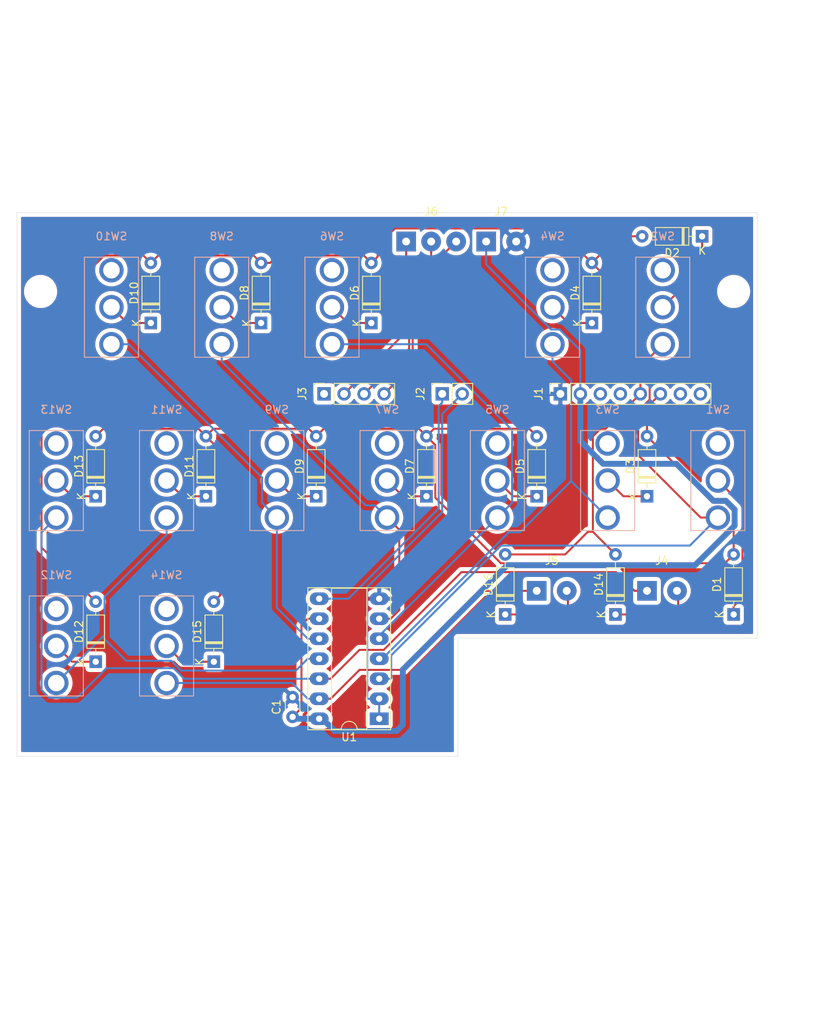
<source format=kicad_pcb>
(kicad_pcb (version 20171130) (host pcbnew 5.1.5-52549c5~84~ubuntu18.04.1)
  (layers (0 F.Cu signal) (31 B.Cu signal) (34 B.Paste user) (35 F.Paste user) (36 B.SilkS user) (37 F.SilkS user) (38 B.Mask user) (39 F.Mask user) (44 Edge.Cuts user))
  (net 0 "")
  (net 1 GND)
  (net 2 /GATE_IN_A)
  (net 3 /GATE_IN_B)
  (net 4 /GATE_IN_C)
  (net 5 /GATE_IN_D)
  (net 6 /GATE_OUT_A)
  (net 7 /GATE_OUT_B)
  (net 8 VCC)
  (net 9 /D9)
  (net 10 /D8)
  (net 11 /A4)
  (net 12 /A5)
  (net 13 /A6)
  (net 14 /A7)
  (net 15 "Net-(D1-Pad1)")
  (net 16 "Net-(D2-Pad1)")
  (net 17 "Net-(D3-Pad1)")
  (net 18 "Net-(D4-Pad1)")
  (net 19 "Net-(D5-Pad1)")
  (net 20 "Net-(D6-Pad1)")
  (net 21 "Net-(D7-Pad1)")
  (net 22 "Net-(D8-Pad1)")
  (net 23 "Net-(D9-Pad1)")
  (net 24 "Net-(D10-Pad1)")
  (net 25 "Net-(D11-Pad1)")
  (net 26 "Net-(D12-Pad1)")
  (net 27 "Net-(D13-Pad1)")
  (net 28 /SS2)
  (net 29 "Net-(D15-Pad1)")
  (net 30 /RS2)
  (net 31 /SS1)
  (net 32 /RS1)
  (net 33 "Net-(SW1-Pad1)")
  (net 34 "Net-(SW3-Pad1)")
  (net 35 "Net-(SW5-Pad1)")
  (net 36 "Net-(SW7-Pad1)")
  (net 37 "Net-(SW10-Pad1)")
  (net 38 "Net-(SW11-Pad1)")
  (module Connector_Wire:SolderWirePad_1x02_P3.81mm_Drill1mm (layer F.Cu) (at 195.58 73.66)
    (fp_text reference J7 (at 1.905 -3.81) (layer F.SilkS))
    (fp_text value Conn_01x02)
    (pad 2 thru_hole circle (at 3.81 0) (size 2.49936 2.49936) (drill 1.00076) (layers *.Cu *.Mask) (net 1 GND))
    (pad 1 thru_hole rect (at 0 0) (size 2.49936 2.49936) (drill 1.00076) (layers *.Cu *.Mask) (net 8 VCC))
  )
  (module Connector_Wire:SolderWirePad_1x03_P3.175mm_Drill1mm (layer F.Cu) (at 185.42 73.66)
    (fp_text reference J6 (at 3.175 -3.81) (layer F.SilkS))
    (fp_text value Conn_01x05)
    (pad 3 thru_hole circle (at 6.35 0) (size 2.49936 2.49936) (drill 1.00076) (layers *.Cu *.Mask) (net 11 /A4))
    (pad 2 thru_hole circle (at 3.175 0) (size 2.49936 2.49936) (drill 1.00076) (layers *.Cu *.Mask) (net 12 /A5))
    (pad 1 thru_hole rect (at 0 0) (size 2.49936 2.49936) (drill 1.00076) (layers *.Cu *.Mask) (net 13 /A6))
  )
  (module Connector_Wire:SolderWirePad_1x02_P3.81mm_Drill1mm (layer F.Cu) (at 202 118)
    (fp_text reference J5 (at 1.905 -3.81) (layer F.SilkS))
    (fp_text value Conn_01x02)
    (pad 2 thru_hole circle (at 3.81 0) (size 2.49936 2.49936) (drill 1.00076) (layers *.Cu *.Mask) (net 30 /RS2))
    (pad 1 thru_hole rect (at 0 0) (size 2.49936 2.49936) (drill 1.00076) (layers *.Cu *.Mask) (net 32 /RS1))
  )
  (module Connector_Wire:SolderWirePad_1x02_P3.81mm_Drill1mm (layer F.Cu) (at 216 118)
    (fp_text reference J4 (at 1.905 -3.81) (layer F.SilkS))
    (fp_text value Conn_01x02)
    (pad 2 thru_hole circle (at 3.81 0) (size 2.49936 2.49936) (drill 1.00076) (layers *.Cu *.Mask) (net 28 /SS2))
    (pad 1 thru_hole rect (at 0 0) (size 2.49936 2.49936) (drill 1.00076) (layers *.Cu *.Mask) (net 31 /SS1))
  )
  (module Capacitor_THT:C_Disc_D3.0mm_W1.6mm_P2.50mm (layer F.Cu) (at 171 134 90)
    (fp_text reference C1 (at 1.25 -2.05 90) (layer F.SilkS))
    (fp_text value 100nF)
    (pad 2 thru_hole circle (at 2.5 0 90) (size 1.6 1.6) (drill 0.8) (layers *.Cu *.Mask) (net 1 GND))
    (pad 1 thru_hole circle (at 0 0 90) (size 1.6 1.6) (drill 0.8) (layers *.Cu *.Mask) (net 8 VCC))
  )
  (module Diode_THT:D_DO-35_SOD27_P7.62mm_Horizontal (layer F.Cu) (at 181 84 90)
    (fp_text reference D6 (at 3.81 -2.12 90) (layer F.SilkS))
    (fp_text value 1N4148)
    (fp_text user K (at 0 -1.8 90) (layer F.SilkS))
    (pad 2 thru_hole oval (at 7.62 0 90) (size 1.6 1.6) (drill 0.8) (layers *.Cu *.Mask) (net 5 /GATE_IN_D))
    (pad 1 thru_hole rect (at 0 0 90) (size 1.6 1.6) (drill 0.8) (layers *.Cu *.Mask) (net 20 "Net-(D6-Pad1)"))
  )
  (module Diode_THT:D_DO-35_SOD27_P7.62mm_Horizontal (layer F.Cu) (at 167 84 90)
    (fp_text reference D8 (at 3.81 -2.12 90) (layer F.SilkS))
    (fp_text value 1N4148)
    (fp_text user K (at 0 -1.8 90) (layer F.SilkS))
    (pad 2 thru_hole oval (at 7.62 0 90) (size 1.6 1.6) (drill 0.8) (layers *.Cu *.Mask) (net 5 /GATE_IN_D))
    (pad 1 thru_hole rect (at 0 0 90) (size 1.6 1.6) (drill 0.8) (layers *.Cu *.Mask) (net 22 "Net-(D8-Pad1)"))
  )
  (module Diode_THT:D_DO-35_SOD27_P7.62mm_Horizontal (layer F.Cu) (at 209 84 90)
    (fp_text reference D4 (at 3.81 -2.12 90) (layer F.SilkS))
    (fp_text value 1N4148)
    (fp_text user K (at 0 -1.8 90) (layer F.SilkS))
    (pad 2 thru_hole oval (at 7.62 0 90) (size 1.6 1.6) (drill 0.8) (layers *.Cu *.Mask) (net 5 /GATE_IN_D))
    (pad 1 thru_hole rect (at 0 0 90) (size 1.6 1.6) (drill 0.8) (layers *.Cu *.Mask) (net 18 "Net-(D4-Pad1)"))
  )
  (module Diode_THT:D_DO-35_SOD27_P7.62mm_Horizontal (layer F.Cu) (at 202 106 90)
    (fp_text reference D5 (at 3.81 -2.12 90) (layer F.SilkS))
    (fp_text value 1N4148)
    (fp_text user K (at 0 -1.8 90) (layer F.SilkS))
    (pad 2 thru_hole oval (at 7.62 0 90) (size 1.6 1.6) (drill 0.8) (layers *.Cu *.Mask) (net 4 /GATE_IN_C))
    (pad 1 thru_hole rect (at 0 0 90) (size 1.6 1.6) (drill 0.8) (layers *.Cu *.Mask) (net 19 "Net-(D5-Pad1)"))
  )
  (module Diode_THT:D_DO-35_SOD27_P7.62mm_Horizontal (layer F.Cu) (at 216 106 90)
    (fp_text reference D3 (at 3.81 -2.12 90) (layer F.SilkS))
    (fp_text value 1N4148)
    (fp_text user K (at 0 -1.8 90) (layer F.SilkS))
    (pad 2 thru_hole oval (at 7.62 0 90) (size 1.6 1.6) (drill 0.8) (layers *.Cu *.Mask) (net 4 /GATE_IN_C))
    (pad 1 thru_hole rect (at 0 0 90) (size 1.6 1.6) (drill 0.8) (layers *.Cu *.Mask) (net 17 "Net-(D3-Pad1)"))
  )
  (module Diode_THT:D_DO-35_SOD27_P7.62mm_Horizontal (layer F.Cu) (at 174 106 90)
    (fp_text reference D9 (at 3.81 -2.12 90) (layer F.SilkS))
    (fp_text value 1N4148)
    (fp_text user K (at 0 -1.8 90) (layer F.SilkS))
    (pad 2 thru_hole oval (at 7.62 0 90) (size 1.6 1.6) (drill 0.8) (layers *.Cu *.Mask) (net 4 /GATE_IN_C))
    (pad 1 thru_hole rect (at 0 0 90) (size 1.6 1.6) (drill 0.8) (layers *.Cu *.Mask) (net 23 "Net-(D9-Pad1)"))
  )
  (module Diode_THT:D_DO-35_SOD27_P7.62mm_Horizontal (layer F.Cu) (at 153 84 90)
    (fp_text reference D10 (at 3.81 -2.12 90) (layer F.SilkS))
    (fp_text value 1N4148)
    (fp_text user K (at 0 -1.8 90) (layer F.SilkS))
    (pad 2 thru_hole oval (at 7.62 0 90) (size 1.6 1.6) (drill 0.8) (layers *.Cu *.Mask) (net 5 /GATE_IN_D))
    (pad 1 thru_hole rect (at 0 0 90) (size 1.6 1.6) (drill 0.8) (layers *.Cu *.Mask) (net 24 "Net-(D10-Pad1)"))
  )
  (module Diode_THT:D_DO-35_SOD27_P7.62mm_Horizontal (layer F.Cu) (at 160 106 90)
    (fp_text reference D11 (at 3.81 -2.12 90) (layer F.SilkS))
    (fp_text value 1N4148)
    (fp_text user K (at 0 -1.8 90) (layer F.SilkS))
    (pad 2 thru_hole oval (at 7.62 0 90) (size 1.6 1.6) (drill 0.8) (layers *.Cu *.Mask) (net 4 /GATE_IN_C))
    (pad 1 thru_hole rect (at 0 0 90) (size 1.6 1.6) (drill 0.8) (layers *.Cu *.Mask) (net 25 "Net-(D11-Pad1)"))
  )
  (module Diode_THT:D_DO-35_SOD27_P7.62mm_Horizontal (layer F.Cu) (at 146 127 90)
    (fp_text reference D12 (at 3.81 -2.12 90) (layer F.SilkS))
    (fp_text value 1N4148)
    (fp_text user K (at 0 -1.8 90) (layer F.SilkS))
    (pad 2 thru_hole oval (at 7.62 0 90) (size 1.6 1.6) (drill 0.8) (layers *.Cu *.Mask) (net 5 /GATE_IN_D))
    (pad 1 thru_hole rect (at 0 0 90) (size 1.6 1.6) (drill 0.8) (layers *.Cu *.Mask) (net 26 "Net-(D12-Pad1)"))
  )
  (module Diode_THT:D_DO-35_SOD27_P7.62mm_Horizontal (layer F.Cu) (at 146 106 90)
    (fp_text reference D13 (at 3.81 -2.12 90) (layer F.SilkS))
    (fp_text value 1N4148)
    (fp_text user K (at 0 -1.8 90) (layer F.SilkS))
    (pad 2 thru_hole oval (at 7.62 0 90) (size 1.6 1.6) (drill 0.8) (layers *.Cu *.Mask) (net 4 /GATE_IN_C))
    (pad 1 thru_hole rect (at 0 0 90) (size 1.6 1.6) (drill 0.8) (layers *.Cu *.Mask) (net 27 "Net-(D13-Pad1)"))
  )
  (module Diode_THT:D_DO-35_SOD27_P7.62mm_Horizontal (layer F.Cu) (at 212 121 90)
    (fp_text reference D14 (at 3.81 -2.12 90) (layer F.SilkS))
    (fp_text value 1N4148)
    (fp_text user K (at 0 -1.8 90) (layer F.SilkS))
    (pad 2 thru_hole oval (at 7.62 0 90) (size 1.6 1.6) (drill 0.8) (layers *.Cu *.Mask) (net 5 /GATE_IN_D))
    (pad 1 thru_hole rect (at 0 0 90) (size 1.6 1.6) (drill 0.8) (layers *.Cu *.Mask) (net 28 /SS2))
  )
  (module Diode_THT:D_DO-35_SOD27_P7.62mm_Horizontal (layer F.Cu) (at 161 127 90)
    (fp_text reference D15 (at 3.81 -2.12 90) (layer F.SilkS))
    (fp_text value 1N4148)
    (fp_text user K (at 0 -1.8 90) (layer F.SilkS))
    (pad 2 thru_hole oval (at 7.62 0 90) (size 1.6 1.6) (drill 0.8) (layers *.Cu *.Mask) (net 4 /GATE_IN_C))
    (pad 1 thru_hole rect (at 0 0 90) (size 1.6 1.6) (drill 0.8) (layers *.Cu *.Mask) (net 29 "Net-(D15-Pad1)"))
  )
  (module Diode_THT:D_DO-35_SOD27_P7.62mm_Horizontal (layer F.Cu) (at 198 121 90)
    (fp_text reference D16 (at 3.81 -2.12 90) (layer F.SilkS))
    (fp_text value 1N4148)
    (fp_text user K (at 0 -1.8 90) (layer F.SilkS))
    (pad 2 thru_hole oval (at 7.62 0 90) (size 1.6 1.6) (drill 0.8) (layers *.Cu *.Mask) (net 5 /GATE_IN_D))
    (pad 1 thru_hole rect (at 0 0 90) (size 1.6 1.6) (drill 0.8) (layers *.Cu *.Mask) (net 30 /RS2))
  )
  (module Package_DIP:DIP-14_W7.62mm_Socket_LongPads (layer F.Cu) (at 182 134.24 180)
    (fp_text reference U1 (at 3.81 -2.33) (layer F.SilkS))
    (fp_text value 74HC164)
    (pad 14 thru_hole oval (at 7.62 0 180) (size 2.4 1.6) (drill 0.8) (layers *.Cu *.Mask) (net 8 VCC))
    (pad 7 thru_hole oval (at 0 15.24 180) (size 2.4 1.6) (drill 0.8) (layers *.Cu *.Mask) (net 1 GND))
    (pad 13 thru_hole oval (at 7.62 2.54 180) (size 2.4 1.6) (drill 0.8) (layers *.Cu *.Mask) (net 32 /RS1))
    (pad 6 thru_hole oval (at 0 12.7 180) (size 2.4 1.6) (drill 0.8) (layers *.Cu *.Mask) (net 36 "Net-(SW7-Pad1)"))
    (pad 12 thru_hole oval (at 7.62 5.08 180) (size 2.4 1.6) (drill 0.8) (layers *.Cu *.Mask) (net 31 /SS1))
    (pad 5 thru_hole oval (at 0 10.16 180) (size 2.4 1.6) (drill 0.8) (layers *.Cu *.Mask) (net 35 "Net-(SW5-Pad1)"))
    (pad 11 thru_hole oval (at 7.62 7.62 180) (size 2.4 1.6) (drill 0.8) (layers *.Cu *.Mask) (net 38 "Net-(SW11-Pad1)"))
    (pad 4 thru_hole oval (at 0 7.62 180) (size 2.4 1.6) (drill 0.8) (layers *.Cu *.Mask) (net 34 "Net-(SW3-Pad1)"))
    (pad 10 thru_hole oval (at 7.62 10.16 180) (size 2.4 1.6) (drill 0.8) (layers *.Cu *.Mask) (net 37 "Net-(SW10-Pad1)"))
    (pad 3 thru_hole oval (at 0 5.08 180) (size 2.4 1.6) (drill 0.8) (layers *.Cu *.Mask) (net 33 "Net-(SW1-Pad1)"))
    (pad 9 thru_hole oval (at 7.62 12.7 180) (size 2.4 1.6) (drill 0.8) (layers *.Cu *.Mask) (net 8 VCC))
    (pad 2 thru_hole oval (at 0 2.54 180) (size 2.4 1.6) (drill 0.8) (layers *.Cu *.Mask) (net 9 /D9))
    (pad 8 thru_hole oval (at 7.62 15.24 180) (size 2.4 1.6) (drill 0.8) (layers *.Cu *.Mask) (net 10 /D8))
    (pad 1 thru_hole rect (at 0 0 180) (size 2.4 1.6) (drill 0.8) (layers *.Cu *.Mask) (net 9 /D9))
  )
  (module Arpeggiator_Daughterboard:SPDT-toggle-switch-1M-series (layer B.Cu) (at 141 125 180)
    (fp_text reference SW12 (at 0 9) (layer B.SilkS) (effects (justify mirror)))
    (fp_text value SW_SPST)
    (pad 2 thru_hole circle (at 0 0 180) (size 3.1 3.1) (drill 2.1) (layers *.Cu *.Mask) (net 26 "Net-(D12-Pad1)"))
    (pad 3 thru_hole circle (at 0 4.7 180) (size 3.1 3.1) (drill 2.1) (layers *.Cu *.Mask))
    (pad 1 thru_hole circle (at 0 -4.7 180) (size 3.1 3.1) (drill 2.1) (layers *.Cu *.Mask) (net 38 "Net-(SW11-Pad1)"))
  )
  (module Arpeggiator_Daughterboard:SPDT-toggle-switch-1M-series (layer B.Cu) (at 141 104 180)
    (fp_text reference SW13 (at 0 9) (layer B.SilkS) (effects (justify mirror)))
    (fp_text value SW_SPST)
    (pad 2 thru_hole circle (at 0 0 180) (size 3.1 3.1) (drill 2.1) (layers *.Cu *.Mask) (net 27 "Net-(D13-Pad1)"))
    (pad 3 thru_hole circle (at 0 4.7 180) (size 3.1 3.1) (drill 2.1) (layers *.Cu *.Mask))
    (pad 1 thru_hole circle (at 0 -4.7 180) (size 3.1 3.1) (drill 2.1) (layers *.Cu *.Mask) (net 31 /SS1))
  )
  (module Arpeggiator_Daughterboard:SPDT-toggle-switch-1M-series (layer B.Cu) (at 155 125 180)
    (fp_text reference SW14 (at 0 9) (layer B.SilkS) (effects (justify mirror)))
    (fp_text value SW_SPST)
    (pad 2 thru_hole circle (at 0 0 180) (size 3.1 3.1) (drill 2.1) (layers *.Cu *.Mask) (net 29 "Net-(D15-Pad1)"))
    (pad 3 thru_hole circle (at 0 4.7 180) (size 3.1 3.1) (drill 2.1) (layers *.Cu *.Mask))
    (pad 1 thru_hole circle (at 0 -4.7 180) (size 3.1 3.1) (drill 2.1) (layers *.Cu *.Mask) (net 32 /RS1))
  )
  (module Arpeggiator_Daughterboard:SPDT-toggle-switch-1M-series (layer B.Cu) (at 225 104 180)
    (fp_text reference SW1 (at 0 9) (layer B.SilkS) (effects (justify mirror)))
    (fp_text value SW_SPST)
    (pad 2 thru_hole circle (at 0 0 180) (size 3.1 3.1) (drill 2.1) (layers *.Cu *.Mask) (net 15 "Net-(D1-Pad1)"))
    (pad 3 thru_hole circle (at 0 4.7 180) (size 3.1 3.1) (drill 2.1) (layers *.Cu *.Mask))
    (pad 1 thru_hole circle (at 0 -4.7 180) (size 3.1 3.1) (drill 2.1) (layers *.Cu *.Mask) (net 33 "Net-(SW1-Pad1)"))
  )
  (module Arpeggiator_Daughterboard:SPDT-toggle-switch-1M-series (layer B.Cu) (at 218 82 180)
    (fp_text reference SW2 (at 0 9) (layer B.SilkS) (effects (justify mirror)))
    (fp_text value SW_SPST)
    (pad 2 thru_hole circle (at 0 0 180) (size 3.1 3.1) (drill 2.1) (layers *.Cu *.Mask) (net 16 "Net-(D2-Pad1)"))
    (pad 3 thru_hole circle (at 0 4.7 180) (size 3.1 3.1) (drill 2.1) (layers *.Cu *.Mask))
    (pad 1 thru_hole circle (at 0 -4.7 180) (size 3.1 3.1) (drill 2.1) (layers *.Cu *.Mask) (net 33 "Net-(SW1-Pad1)"))
  )
  (module Arpeggiator_Daughterboard:SPDT-toggle-switch-1M-series (layer B.Cu) (at 211 104 180)
    (fp_text reference SW3 (at 0 9) (layer B.SilkS) (effects (justify mirror)))
    (fp_text value SW_SPST)
    (pad 2 thru_hole circle (at 0 0 180) (size 3.1 3.1) (drill 2.1) (layers *.Cu *.Mask) (net 17 "Net-(D3-Pad1)"))
    (pad 3 thru_hole circle (at 0 4.7 180) (size 3.1 3.1) (drill 2.1) (layers *.Cu *.Mask))
    (pad 1 thru_hole circle (at 0 -4.7 180) (size 3.1 3.1) (drill 2.1) (layers *.Cu *.Mask) (net 34 "Net-(SW3-Pad1)"))
  )
  (module Arpeggiator_Daughterboard:SPDT-toggle-switch-1M-series (layer B.Cu) (at 204 82 180)
    (fp_text reference SW4 (at 0 9) (layer B.SilkS) (effects (justify mirror)))
    (fp_text value SW_SPST)
    (pad 2 thru_hole circle (at 0 0 180) (size 3.1 3.1) (drill 2.1) (layers *.Cu *.Mask) (net 18 "Net-(D4-Pad1)"))
    (pad 3 thru_hole circle (at 0 4.7 180) (size 3.1 3.1) (drill 2.1) (layers *.Cu *.Mask))
    (pad 1 thru_hole circle (at 0 -4.7 180) (size 3.1 3.1) (drill 2.1) (layers *.Cu *.Mask) (net 34 "Net-(SW3-Pad1)"))
  )
  (module Arpeggiator_Daughterboard:SPDT-toggle-switch-1M-series (layer B.Cu) (at 197 104 180)
    (fp_text reference SW5 (at 0 9) (layer B.SilkS) (effects (justify mirror)))
    (fp_text value SW_SPST)
    (pad 2 thru_hole circle (at 0 0 180) (size 3.1 3.1) (drill 2.1) (layers *.Cu *.Mask) (net 19 "Net-(D5-Pad1)"))
    (pad 3 thru_hole circle (at 0 4.7 180) (size 3.1 3.1) (drill 2.1) (layers *.Cu *.Mask))
    (pad 1 thru_hole circle (at 0 -4.7 180) (size 3.1 3.1) (drill 2.1) (layers *.Cu *.Mask) (net 35 "Net-(SW5-Pad1)"))
  )
  (module Arpeggiator_Daughterboard:SPDT-toggle-switch-1M-series (layer B.Cu) (at 176 82 180)
    (fp_text reference SW6 (at 0 9) (layer B.SilkS) (effects (justify mirror)))
    (fp_text value SW_SPST)
    (pad 2 thru_hole circle (at 0 0 180) (size 3.1 3.1) (drill 2.1) (layers *.Cu *.Mask) (net 20 "Net-(D6-Pad1)"))
    (pad 3 thru_hole circle (at 0 4.7 180) (size 3.1 3.1) (drill 2.1) (layers *.Cu *.Mask))
    (pad 1 thru_hole circle (at 0 -4.7 180) (size 3.1 3.1) (drill 2.1) (layers *.Cu *.Mask) (net 35 "Net-(SW5-Pad1)"))
  )
  (module Arpeggiator_Daughterboard:SPDT-toggle-switch-1M-series (layer B.Cu) (at 183 104 180)
    (fp_text reference SW7 (at 0 9) (layer B.SilkS) (effects (justify mirror)))
    (fp_text value SW_SPST)
    (pad 2 thru_hole circle (at 0 0 180) (size 3.1 3.1) (drill 2.1) (layers *.Cu *.Mask) (net 21 "Net-(D7-Pad1)"))
    (pad 3 thru_hole circle (at 0 4.7 180) (size 3.1 3.1) (drill 2.1) (layers *.Cu *.Mask))
    (pad 1 thru_hole circle (at 0 -4.7 180) (size 3.1 3.1) (drill 2.1) (layers *.Cu *.Mask) (net 36 "Net-(SW7-Pad1)"))
  )
  (module Arpeggiator_Daughterboard:SPDT-toggle-switch-1M-series (layer B.Cu) (at 162 82 180)
    (fp_text reference SW8 (at 0 9) (layer B.SilkS) (effects (justify mirror)))
    (fp_text value SW_SPST)
    (pad 2 thru_hole circle (at 0 0 180) (size 3.1 3.1) (drill 2.1) (layers *.Cu *.Mask) (net 22 "Net-(D8-Pad1)"))
    (pad 3 thru_hole circle (at 0 4.7 180) (size 3.1 3.1) (drill 2.1) (layers *.Cu *.Mask))
    (pad 1 thru_hole circle (at 0 -4.7 180) (size 3.1 3.1) (drill 2.1) (layers *.Cu *.Mask) (net 36 "Net-(SW7-Pad1)"))
  )
  (module Arpeggiator_Daughterboard:SPDT-toggle-switch-1M-series (layer B.Cu) (at 169 104 180)
    (fp_text reference SW9 (at 0 9) (layer B.SilkS) (effects (justify mirror)))
    (fp_text value SW_SPST)
    (pad 2 thru_hole circle (at 0 0 180) (size 3.1 3.1) (drill 2.1) (layers *.Cu *.Mask) (net 23 "Net-(D9-Pad1)"))
    (pad 3 thru_hole circle (at 0 4.7 180) (size 3.1 3.1) (drill 2.1) (layers *.Cu *.Mask))
    (pad 1 thru_hole circle (at 0 -4.7 180) (size 3.1 3.1) (drill 2.1) (layers *.Cu *.Mask) (net 37 "Net-(SW10-Pad1)"))
  )
  (module Arpeggiator_Daughterboard:SPDT-toggle-switch-1M-series (layer B.Cu) (at 148 82 180)
    (fp_text reference SW10 (at 0 9) (layer B.SilkS) (effects (justify mirror)))
    (fp_text value SW_SPST)
    (pad 2 thru_hole circle (at 0 0 180) (size 3.1 3.1) (drill 2.1) (layers *.Cu *.Mask) (net 24 "Net-(D10-Pad1)"))
    (pad 3 thru_hole circle (at 0 4.7 180) (size 3.1 3.1) (drill 2.1) (layers *.Cu *.Mask))
    (pad 1 thru_hole circle (at 0 -4.7 180) (size 3.1 3.1) (drill 2.1) (layers *.Cu *.Mask) (net 37 "Net-(SW10-Pad1)"))
  )
  (module Arpeggiator_Daughterboard:SPDT-toggle-switch-1M-series (layer B.Cu) (at 155 104 180)
    (fp_text reference SW11 (at 0 9) (layer B.SilkS) (effects (justify mirror)))
    (fp_text value SW_SPST)
    (pad 2 thru_hole circle (at 0 0 180) (size 3.1 3.1) (drill 2.1) (layers *.Cu *.Mask) (net 25 "Net-(D11-Pad1)"))
    (pad 3 thru_hole circle (at 0 4.7 180) (size 3.1 3.1) (drill 2.1) (layers *.Cu *.Mask))
    (pad 1 thru_hole circle (at 0 -4.7 180) (size 3.1 3.1) (drill 2.1) (layers *.Cu *.Mask) (net 38 "Net-(SW11-Pad1)"))
  )
  (module Diode_THT:D_DO-35_SOD27_P7.62mm_Horizontal (layer F.Cu) (at 188 106 90)
    (fp_text reference D7 (at 3.81 -2.12 90) (layer F.SilkS))
    (fp_text value 1N4148)
    (fp_text user K (at 0 -1.8 90) (layer F.SilkS))
    (pad 2 thru_hole oval (at 7.62 0 90) (size 1.6 1.6) (drill 0.8) (layers *.Cu *.Mask) (net 4 /GATE_IN_C))
    (pad 1 thru_hole rect (at 0 0 90) (size 1.6 1.6) (drill 0.8) (layers *.Cu *.Mask) (net 21 "Net-(D7-Pad1)"))
  )
  (module Diode_THT:D_DO-35_SOD27_P7.62mm_Horizontal (layer F.Cu) (at 223 73 180)
    (fp_text reference D2 (at 3.81 -2.12) (layer F.SilkS))
    (fp_text value 1N4148)
    (fp_text user K (at 0 -1.8) (layer F.SilkS))
    (pad 2 thru_hole oval (at 7.62 0 180) (size 1.6 1.6) (drill 0.8) (layers *.Cu *.Mask) (net 5 /GATE_IN_D))
    (pad 1 thru_hole rect (at 0 0 180) (size 1.6 1.6) (drill 0.8) (layers *.Cu *.Mask) (net 16 "Net-(D2-Pad1)"))
  )
  (module Diode_THT:D_DO-35_SOD27_P7.62mm_Horizontal (layer F.Cu) (at 227 121 90)
    (fp_text reference D1 (at 3.81 -2.12 90) (layer F.SilkS))
    (fp_text value 1N4148)
    (fp_text user K (at 0 -1.8 90) (layer F.SilkS))
    (pad 2 thru_hole oval (at 7.62 0 90) (size 1.6 1.6) (drill 0.8) (layers *.Cu *.Mask) (net 4 /GATE_IN_C))
    (pad 1 thru_hole rect (at 0 0 90) (size 1.6 1.6) (drill 0.8) (layers *.Cu *.Mask) (net 15 "Net-(D1-Pad1)"))
  )
  (module Connector_PinSocket_2.54mm:PinSocket_1x04_P2.54mm_Vertical (layer F.Cu) (at 175 93 90)
    (fp_text reference J3 (at 0 -2.77 90) (layer F.SilkS))
    (fp_text value Conn_01x04)
    (pad 4 thru_hole oval (at 0 7.62 90) (size 1.7 1.7) (drill 1) (layers *.Cu *.Mask) (net 11 /A4))
    (pad 3 thru_hole oval (at 0 5.08 90) (size 1.7 1.7) (drill 1) (layers *.Cu *.Mask) (net 12 /A5))
    (pad 2 thru_hole oval (at 0 2.54 90) (size 1.7 1.7) (drill 1) (layers *.Cu *.Mask) (net 13 /A6))
    (pad 1 thru_hole rect (at 0 0 90) (size 1.7 1.7) (drill 1) (layers *.Cu *.Mask) (net 14 /A7))
  )
  (module Connector_PinSocket_2.54mm:PinSocket_1x02_P2.54mm_Vertical (layer F.Cu) (at 190 93 90)
    (fp_text reference J2 (at 0 -2.77 90) (layer F.SilkS))
    (fp_text value Conn_01x02)
    (pad 2 thru_hole oval (at 0 2.54 90) (size 1.7 1.7) (drill 1) (layers *.Cu *.Mask) (net 9 /D9))
    (pad 1 thru_hole rect (at 0 0 90) (size 1.7 1.7) (drill 1) (layers *.Cu *.Mask) (net 10 /D8))
  )
  (module Connector_PinSocket_2.54mm:PinSocket_1x08_P2.54mm_Vertical (layer F.Cu) (at 205 93 90)
    (fp_text reference J1 (at 0 -2.77 90) (layer F.SilkS))
    (fp_text value Conn_01x08)
    (pad 8 thru_hole oval (at 0 17.78 90) (size 1.7 1.7) (drill 1) (layers *.Cu *.Mask) (net 2 /GATE_IN_A))
    (pad 7 thru_hole oval (at 0 15.24 90) (size 1.7 1.7) (drill 1) (layers *.Cu *.Mask) (net 3 /GATE_IN_B))
    (pad 6 thru_hole oval (at 0 12.7 90) (size 1.7 1.7) (drill 1) (layers *.Cu *.Mask) (net 4 /GATE_IN_C))
    (pad 5 thru_hole oval (at 0 10.16 90) (size 1.7 1.7) (drill 1) (layers *.Cu *.Mask) (net 5 /GATE_IN_D))
    (pad 4 thru_hole oval (at 0 7.62 90) (size 1.7 1.7) (drill 1) (layers *.Cu *.Mask) (net 6 /GATE_OUT_A))
    (pad 3 thru_hole oval (at 0 5.08 90) (size 1.7 1.7) (drill 1) (layers *.Cu *.Mask) (net 7 /GATE_OUT_B))
    (pad 2 thru_hole oval (at 0 2.54 90) (size 1.7 1.7) (drill 1) (layers *.Cu *.Mask) (net 8 VCC))
    (pad 1 thru_hole rect (at 0 0 90) (size 1.7 1.7) (drill 1) (layers *.Cu *.Mask) (net 1 GND))
  )
  (module MountingHole:MountingHole_3.2mm_M3 (layer F.Cu) (at 139 80 180)
    (fp_text reference H2 hide)
    (fp_text value MountingHole)
    (pad 1 np_thru_hole circle (at 0 0 180) (size 3.2 3.2) (drill 3.2) (layers *.Cu *.Mask))
  )
  (module MountingHole:MountingHole_3.2mm_M3 (layer F.Cu) (at 227 80 180)
    (fp_text reference H1 hide)
    (fp_text value MountingHole)
    (pad 1 np_thru_hole circle (at 0 0 180) (size 3.2 3.2) (drill 3.2) (layers *.Cu *.Mask))
  )
  (gr_line (start 230 124) (end 230 70) (layer Edge.Cuts) (width 0.05))
  (gr_line (start 192 124) (end 230 124) (layer Edge.Cuts) (width 0.05))
  (gr_line (start 192 139) (end 192 124) (layer Edge.Cuts) (width 0.05))
  (gr_line (start 136 139) (end 192 139) (layer Edge.Cuts) (width 0.05))
  (gr_line (start 136 70) (end 136 139) (layer Edge.Cuts) (width 0.05))
  (gr_line (start 230 70) (end 136 70) (layer Edge.Cuts) (width 0.05))
  (segment (start 216.799999 99.179999) (end 216 98.38) (width 0.25) (layer F.Cu) (net 4))
  (segment (start 224.444999 106.824999) (end 216.799999 99.179999) (width 0.25) (layer F.Cu) (net 4))
  (segment (start 225.900001 106.824999) (end 224.444999 106.824999) (width 0.25) (layer F.Cu) (net 4))
  (segment (start 227 107.924998) (end 225.900001 106.824999) (width 0.25) (layer F.Cu) (net 4))
  (segment (start 227 113.38) (end 227 107.924998) (width 0.25) (layer F.Cu) (net 4))
  (segment (start 216 94.7) (end 217.7 93) (width 0.25) (layer F.Cu) (net 4))
  (segment (start 216 98.38) (end 216 94.7) (width 0.25) (layer F.Cu) (net 4))
  (segment (start 188.799999 99.179999) (end 188 98.38) (width 0.25) (layer F.Cu) (net 4))
  (segment (start 189.125001 99.505001) (end 188.799999 99.179999) (width 0.25) (layer F.Cu) (net 4))
  (segment (start 225.874999 114.505001) (end 197.459999 114.505001) (width 0.25) (layer F.Cu) (net 4))
  (segment (start 189.125001 106.170003) (end 189.125001 99.505001) (width 0.25) (layer F.Cu) (net 4))
  (segment (start 197.459999 114.505001) (end 189.125001 106.170003) (width 0.25) (layer F.Cu) (net 4))
  (segment (start 227 113.38) (end 225.874999 114.505001) (width 0.25) (layer F.Cu) (net 4))
  (segment (start 201.200001 97.580001) (end 202 98.38) (width 0.25) (layer F.Cu) (net 4))
  (segment (start 188.955001 97.424999) (end 201.044999 97.424999) (width 0.25) (layer F.Cu) (net 4))
  (segment (start 201.044999 97.424999) (end 201.200001 97.580001) (width 0.25) (layer F.Cu) (net 4))
  (segment (start 188 98.38) (end 188.955001 97.424999) (width 0.25) (layer F.Cu) (net 4))
  (segment (start 174.955001 97.424999) (end 174.799999 97.580001) (width 0.25) (layer F.Cu) (net 4))
  (segment (start 174.799999 97.580001) (end 174 98.38) (width 0.25) (layer F.Cu) (net 4))
  (segment (start 187.044999 97.424999) (end 174.955001 97.424999) (width 0.25) (layer F.Cu) (net 4))
  (segment (start 188 98.38) (end 187.044999 97.424999) (width 0.25) (layer F.Cu) (net 4))
  (segment (start 160.799999 97.580001) (end 160 98.38) (width 0.25) (layer F.Cu) (net 4))
  (segment (start 160.955001 97.424999) (end 160.799999 97.580001) (width 0.25) (layer F.Cu) (net 4))
  (segment (start 173.044999 97.424999) (end 160.955001 97.424999) (width 0.25) (layer F.Cu) (net 4))
  (segment (start 174 98.38) (end 173.044999 97.424999) (width 0.25) (layer F.Cu) (net 4))
  (segment (start 161.799999 118.580001) (end 161 119.38) (width 0.25) (layer F.Cu) (net 4))
  (segment (start 161.799999 100.179999) (end 161.799999 118.580001) (width 0.25) (layer F.Cu) (net 4))
  (segment (start 160 98.38) (end 161.799999 100.179999) (width 0.25) (layer F.Cu) (net 4))
  (segment (start 146.799999 97.580001) (end 146 98.38) (width 0.25) (layer F.Cu) (net 4))
  (segment (start 159.044999 97.424999) (end 146.955001 97.424999) (width 0.25) (layer F.Cu) (net 4))
  (segment (start 146.955001 97.424999) (end 146.799999 97.580001) (width 0.25) (layer F.Cu) (net 4))
  (segment (start 160 98.38) (end 159.044999 97.424999) (width 0.25) (layer F.Cu) (net 4))
  (segment (start 212.38 73) (end 209 76.38) (width 0.25) (layer F.Cu) (net 5))
  (segment (start 215.38 73) (end 212.38 73) (width 0.25) (layer F.Cu) (net 5))
  (segment (start 153.955001 75.424999) (end 153.799999 75.580001) (width 0.25) (layer F.Cu) (net 5))
  (segment (start 166.044999 75.424999) (end 153.955001 75.424999) (width 0.25) (layer F.Cu) (net 5))
  (segment (start 153.799999 75.580001) (end 153 76.38) (width 0.25) (layer F.Cu) (net 5))
  (segment (start 167 76.38) (end 166.044999 75.424999) (width 0.25) (layer F.Cu) (net 5))
  (segment (start 145.200001 118.580001) (end 146 119.38) (width 0.25) (layer F.Cu) (net 5))
  (segment (start 139.124999 112.504999) (end 145.200001 118.580001) (width 0.25) (layer F.Cu) (net 5))
  (segment (start 139.124999 83.399999) (end 139.124999 112.504999) (width 0.25) (layer F.Cu) (net 5))
  (segment (start 147.099999 75.424999) (end 139.124999 83.399999) (width 0.25) (layer F.Cu) (net 5))
  (segment (start 152.044999 75.424999) (end 147.099999 75.424999) (width 0.25) (layer F.Cu) (net 5))
  (segment (start 153 76.38) (end 152.044999 75.424999) (width 0.25) (layer F.Cu) (net 5))
  (segment (start 215.16 82.54) (end 215.16 93) (width 0.25) (layer F.Cu) (net 5))
  (segment (start 209 76.38) (end 215.16 82.54) (width 0.25) (layer F.Cu) (net 5))
  (segment (start 209.124999 110.504999) (end 211.200001 112.580001) (width 0.25) (layer F.Cu) (net 5))
  (segment (start 211.200001 112.580001) (end 212 113.38) (width 0.25) (layer F.Cu) (net 5))
  (segment (start 210.099999 97.424999) (end 209.124999 98.399999) (width 0.25) (layer F.Cu) (net 5))
  (segment (start 210.735001 97.424999) (end 210.099999 97.424999) (width 0.25) (layer F.Cu) (net 5))
  (segment (start 215.16 93) (end 210.735001 97.424999) (width 0.25) (layer F.Cu) (net 5))
  (segment (start 209.124999 98.399999) (end 209.124999 110.504999) (width 0.25) (layer F.Cu) (net 5))
  (segment (start 205.62 113.38) (end 198 113.38) (width 0.25) (layer F.Cu) (net 5))
  (segment (start 209.124999 110.504999) (end 208.495001 110.504999) (width 0.25) (layer F.Cu) (net 5))
  (segment (start 208.495001 110.504999) (end 205.62 113.38) (width 0.25) (layer F.Cu) (net 5))
  (segment (start 180.200001 75.580001) (end 181 76.38) (width 0.25) (layer F.Cu) (net 5))
  (segment (start 180.044999 75.424999) (end 180.200001 75.580001) (width 0.25) (layer F.Cu) (net 5))
  (segment (start 169.086371 75.424999) (end 180.044999 75.424999) (width 0.25) (layer F.Cu) (net 5))
  (segment (start 168.13137 76.38) (end 169.086371 75.424999) (width 0.25) (layer F.Cu) (net 5))
  (segment (start 167 76.38) (end 168.13137 76.38) (width 0.25) (layer F.Cu) (net 5))
  (segment (start 181.799999 74.195639) (end 183.995638 72) (width 0.25) (layer F.Cu) (net 5))
  (segment (start 181 76.38) (end 181.799999 75.580001) (width 0.25) (layer F.Cu) (net 5))
  (segment (start 181.799999 75.580001) (end 181.799999 74.195639) (width 0.25) (layer F.Cu) (net 5))
  (segment (start 204.62 72) (end 209 76.38) (width 0.25) (layer F.Cu) (net 5))
  (segment (start 183.995638 72) (end 204.62 72) (width 0.25) (layer F.Cu) (net 5))
  (segment (start 171.24 134.24) (end 171 134) (width 0.75) (layer B.Cu) (net 8))
  (segment (start 174.38 134.24) (end 171.24 134.24) (width 0.75) (layer B.Cu) (net 8))
  (segment (start 207.54 91.797919) (end 207.54 93) (width 0.25) (layer B.Cu) (net 8))
  (segment (start 203.824999 84.824999) (end 204.900001 84.824999) (width 0.25) (layer B.Cu) (net 8))
  (segment (start 207.54 87.464998) (end 207.54 91.797919) (width 0.25) (layer B.Cu) (net 8))
  (segment (start 204.900001 84.824999) (end 207.54 87.464998) (width 0.25) (layer B.Cu) (net 8))
  (segment (start 172.125001 122.344999) (end 172.93 121.54) (width 0.25) (layer F.Cu) (net 8))
  (segment (start 172.93 121.54) (end 174.38 121.54) (width 0.25) (layer F.Cu) (net 8))
  (segment (start 172.125001 132.874999) (end 172.125001 122.344999) (width 0.25) (layer F.Cu) (net 8))
  (segment (start 171 134) (end 172.125001 132.874999) (width 0.25) (layer F.Cu) (net 8))
  (segment (start 198.244999 114.755001) (end 222.090001 114.755001) (width 0.75) (layer B.Cu) (net 8))
  (segment (start 174.78 134.24) (end 176.33 135.79) (width 0.75) (layer B.Cu) (net 8))
  (segment (start 174.38 134.24) (end 174.78 134.24) (width 0.75) (layer B.Cu) (net 8))
  (segment (start 222.090001 114.755001) (end 227.125001 109.720001) (width 0.75) (layer B.Cu) (net 8))
  (segment (start 176.33 135.79) (end 184.21 135.79) (width 0.75) (layer B.Cu) (net 8))
  (segment (start 185 135) (end 185 128) (width 0.75) (layer B.Cu) (net 8))
  (segment (start 185 128) (end 198.244999 114.755001) (width 0.75) (layer B.Cu) (net 8))
  (segment (start 184.21 135.79) (end 185 135) (width 0.75) (layer B.Cu) (net 8))
  (segment (start 227.125001 107.679999) (end 227.125001 109.720001) (width 0.75) (layer B.Cu) (net 8))
  (segment (start 224.429997 106.574999) (end 226.020001 106.574999) (width 0.75) (layer B.Cu) (net 8))
  (segment (start 226.020001 106.574999) (end 227.125001 107.679999) (width 0.75) (layer B.Cu) (net 8))
  (segment (start 210.429997 101.874999) (end 219.729997 101.874999) (width 0.75) (layer B.Cu) (net 8))
  (segment (start 219.729997 101.874999) (end 224.429997 106.574999) (width 0.75) (layer B.Cu) (net 8))
  (segment (start 207.54 98.985002) (end 210.429997 101.874999) (width 0.75) (layer B.Cu) (net 8))
  (segment (start 207.54 93) (end 207.54 98.985002) (width 0.75) (layer B.Cu) (net 8))
  (segment (start 195.58 76.58) (end 203.75 84.75) (width 0.25) (layer B.Cu) (net 8))
  (segment (start 195.58 73.66) (end 195.58 76.58) (width 0.25) (layer B.Cu) (net 8))
  (segment (start 202.57499 83.57499) (end 203.75 84.75) (width 0.25) (layer B.Cu) (net 8))
  (segment (start 203.75 84.75) (end 203.824999 84.824999) (width 0.25) (layer B.Cu) (net 8))
  (segment (start 182 131.7) (end 182 134.24) (width 0.25) (layer B.Cu) (net 9))
  (segment (start 180.47499 131.62499) (end 180.55 131.7) (width 0.25) (layer B.Cu) (net 9))
  (segment (start 180.55 131.7) (end 182 131.7) (width 0.25) (layer B.Cu) (net 9))
  (segment (start 180.47499 117.52501) (end 180.47499 131.62499) (width 0.25) (layer B.Cu) (net 9))
  (segment (start 190 95.54) (end 190 108) (width 0.25) (layer B.Cu) (net 9))
  (segment (start 192.54 93) (end 190 95.54) (width 0.25) (layer B.Cu) (net 9))
  (segment (start 190 108) (end 180.47499 117.52501) (width 0.25) (layer B.Cu) (net 9))
  (segment (start 189.549989 107.542512) (end 178.092501 119) (width 0.25) (layer B.Cu) (net 10))
  (segment (start 175.83 119) (end 174.38 119) (width 0.25) (layer B.Cu) (net 10))
  (segment (start 190 93) (end 190 94.1) (width 0.25) (layer B.Cu) (net 10))
  (segment (start 178.092501 119) (end 175.83 119) (width 0.25) (layer B.Cu) (net 10))
  (segment (start 189.549989 94.550011) (end 189.549989 107.542512) (width 0.25) (layer B.Cu) (net 10))
  (segment (start 190 94.1) (end 189.549989 94.550011) (width 0.25) (layer B.Cu) (net 10))
  (segment (start 186.25 79.18) (end 186.25 89.37) (width 0.25) (layer F.Cu) (net 11))
  (segment (start 191.77 73.66) (end 186.25 79.18) (width 0.25) (layer F.Cu) (net 11))
  (segment (start 183.469999 92.150001) (end 182.62 93) (width 0.25) (layer F.Cu) (net 11))
  (segment (start 186.25 89.37) (end 183.469999 92.150001) (width 0.25) (layer F.Cu) (net 11))
  (segment (start 185.799989 78.9936) (end 185.799989 87.280011) (width 0.25) (layer F.Cu) (net 12))
  (segment (start 185.799989 87.280011) (end 180.929999 92.150001) (width 0.25) (layer F.Cu) (net 12))
  (segment (start 180.929999 92.150001) (end 180.08 93) (width 0.25) (layer F.Cu) (net 12))
  (segment (start 188.595 76.198589) (end 185.799989 78.9936) (width 0.25) (layer F.Cu) (net 12))
  (segment (start 188.595 73.66) (end 188.595 76.198589) (width 0.25) (layer F.Cu) (net 12))
  (segment (start 185.349978 85.190022) (end 178.389999 92.150001) (width 0.25) (layer F.Cu) (net 13))
  (segment (start 178.389999 92.150001) (end 177.54 93) (width 0.25) (layer F.Cu) (net 13))
  (segment (start 185.42 78.737178) (end 185.349978 78.8072) (width 0.25) (layer F.Cu) (net 13))
  (segment (start 185.349978 78.8072) (end 185.349978 85.190022) (width 0.25) (layer F.Cu) (net 13))
  (segment (start 185.42 73.66) (end 185.42 78.737178) (width 0.25) (layer F.Cu) (net 13))
  (segment (start 228.125001 107.125001) (end 226.549999 105.549999) (width 0.25) (layer F.Cu) (net 15))
  (segment (start 228.125001 118.824999) (end 228.125001 107.125001) (width 0.25) (layer F.Cu) (net 15))
  (segment (start 226.549999 105.549999) (end 225 104) (width 0.25) (layer F.Cu) (net 15))
  (segment (start 227 119.95) (end 228.125001 118.824999) (width 0.25) (layer F.Cu) (net 15))
  (segment (start 227 121) (end 227 119.95) (width 0.25) (layer F.Cu) (net 15))
  (segment (start 223 77) (end 218 82) (width 0.25) (layer F.Cu) (net 16))
  (segment (start 223 73) (end 223 77) (width 0.25) (layer F.Cu) (net 16))
  (segment (start 213 106) (end 211 104) (width 0.25) (layer F.Cu) (net 17))
  (segment (start 216 106) (end 213 106) (width 0.25) (layer F.Cu) (net 17))
  (segment (start 206 84) (end 204 82) (width 0.25) (layer F.Cu) (net 18))
  (segment (start 209 84) (end 206 84) (width 0.25) (layer F.Cu) (net 18))
  (segment (start 199 106) (end 197 104) (width 0.25) (layer F.Cu) (net 19))
  (segment (start 202 106) (end 199 106) (width 0.25) (layer F.Cu) (net 19))
  (segment (start 178 84) (end 176 82) (width 0.25) (layer F.Cu) (net 20))
  (segment (start 181 84) (end 178 84) (width 0.25) (layer F.Cu) (net 20))
  (segment (start 185 106) (end 183 104) (width 0.25) (layer F.Cu) (net 21))
  (segment (start 188 106) (end 185 106) (width 0.25) (layer F.Cu) (net 21))
  (segment (start 164 84) (end 162 82) (width 0.25) (layer F.Cu) (net 22))
  (segment (start 167 84) (end 164 84) (width 0.25) (layer F.Cu) (net 22))
  (segment (start 171 106) (end 169 104) (width 0.25) (layer F.Cu) (net 23))
  (segment (start 174 106) (end 171 106) (width 0.25) (layer F.Cu) (net 23))
  (segment (start 150 84) (end 148 82) (width 0.25) (layer F.Cu) (net 24))
  (segment (start 153 84) (end 150 84) (width 0.25) (layer F.Cu) (net 24))
  (segment (start 157 106) (end 155 104) (width 0.25) (layer F.Cu) (net 25))
  (segment (start 160 106) (end 157 106) (width 0.25) (layer F.Cu) (net 25))
  (segment (start 143 127) (end 141 125) (width 0.25) (layer F.Cu) (net 26))
  (segment (start 146 127) (end 143 127) (width 0.25) (layer F.Cu) (net 26))
  (segment (start 142.549999 105.549999) (end 141 104) (width 0.25) (layer F.Cu) (net 27))
  (segment (start 143 106) (end 142.549999 105.549999) (width 0.25) (layer F.Cu) (net 27))
  (segment (start 146 106) (end 143 106) (width 0.25) (layer F.Cu) (net 27))
  (segment (start 219.26 121) (end 219.96 120.3) (width 0.25) (layer F.Cu) (net 28))
  (segment (start 219.96 120.3) (end 219.96 118) (width 0.25) (layer F.Cu) (net 28))
  (segment (start 212 121) (end 219.26 121) (width 0.25) (layer F.Cu) (net 28))
  (segment (start 157 127) (end 155 125) (width 0.25) (layer F.Cu) (net 29))
  (segment (start 161 127) (end 157 127) (width 0.25) (layer F.Cu) (net 29))
  (segment (start 205.26 121) (end 205.96 120.3) (width 0.25) (layer F.Cu) (net 30))
  (segment (start 205.96 120.3) (end 205.96 118) (width 0.25) (layer F.Cu) (net 30))
  (segment (start 198 121) (end 205.26 121) (width 0.25) (layer F.Cu) (net 30))
  (segment (start 179.49501 125.49499) (end 175.83 129.16) (width 0.25) (layer F.Cu) (net 31))
  (segment (start 182.576014 125.49499) (end 179.49501 125.49499) (width 0.25) (layer F.Cu) (net 31))
  (segment (start 192.446014 115.62499) (end 182.576014 125.49499) (width 0.25) (layer F.Cu) (net 31))
  (segment (start 175.83 129.16) (end 174.38 129.16) (width 0.25) (layer F.Cu) (net 31))
  (segment (start 212.04499 115.62499) (end 192.446014 115.62499) (width 0.25) (layer F.Cu) (net 31))
  (segment (start 214.42 118) (end 212.04499 115.62499) (width 0.25) (layer F.Cu) (net 31))
  (segment (start 216 118) (end 214.42 118) (width 0.25) (layer F.Cu) (net 31))
  (segment (start 139.450001 110.249999) (end 141 108.7) (width 0.25) (layer B.Cu) (net 31))
  (segment (start 139.124999 110.575001) (end 139.450001 110.249999) (width 0.25) (layer B.Cu) (net 31))
  (segment (start 139.124999 130.600001) (end 139.124999 110.575001) (width 0.25) (layer B.Cu) (net 31))
  (segment (start 140.099999 131.575001) (end 139.124999 130.600001) (width 0.25) (layer B.Cu) (net 31))
  (segment (start 143.610001 131.575001) (end 140.099999 131.575001) (width 0.25) (layer B.Cu) (net 31))
  (segment (start 147.360003 127.824999) (end 143.610001 131.575001) (width 0.25) (layer B.Cu) (net 31))
  (segment (start 155.900001 127.824999) (end 147.360003 127.824999) (width 0.25) (layer B.Cu) (net 31))
  (segment (start 157.235002 129.16) (end 155.900001 127.824999) (width 0.25) (layer B.Cu) (net 31))
  (segment (start 174.38 129.16) (end 157.235002 129.16) (width 0.25) (layer B.Cu) (net 31))
  (segment (start 170.93 129.7) (end 157.192031 129.7) (width 0.25) (layer B.Cu) (net 32))
  (segment (start 157.192031 129.7) (end 155 129.7) (width 0.25) (layer B.Cu) (net 32))
  (segment (start 172.93 131.7) (end 170.93 129.7) (width 0.25) (layer B.Cu) (net 32))
  (segment (start 174.38 131.7) (end 172.93 131.7) (width 0.25) (layer B.Cu) (net 32))
  (segment (start 175.83 131.7) (end 174.38 131.7) (width 0.25) (layer F.Cu) (net 32))
  (segment (start 179.49501 128.03499) (end 175.83 131.7) (width 0.25) (layer F.Cu) (net 32))
  (segment (start 185.116014 128.03499) (end 179.49501 128.03499) (width 0.25) (layer F.Cu) (net 32))
  (segment (start 195.151004 118) (end 185.116014 128.03499) (width 0.25) (layer F.Cu) (net 32))
  (segment (start 202 118) (end 195.151004 118) (width 0.25) (layer F.Cu) (net 32))
  (segment (start 222.807969 108.7) (end 225 108.7) (width 0.25) (layer F.Cu) (net 33))
  (segment (start 214.874999 100.76703) (end 222.807969 108.7) (width 0.25) (layer F.Cu) (net 33))
  (segment (start 216.335001 93.728589) (end 214.874999 95.188591) (width 0.25) (layer F.Cu) (net 33))
  (segment (start 216.335001 88.364999) (end 216.335001 93.728589) (width 0.25) (layer F.Cu) (net 33))
  (segment (start 214.874999 95.188591) (end 214.874999 100.76703) (width 0.25) (layer F.Cu) (net 33))
  (segment (start 218 86.7) (end 216.335001 88.364999) (width 0.25) (layer F.Cu) (net 33))
  (segment (start 183.45 129.16) (end 182 129.16) (width 0.25) (layer B.Cu) (net 33))
  (segment (start 183.52501 129.08499) (end 183.45 129.16) (width 0.25) (layer B.Cu) (net 33))
  (segment (start 183.52501 126.189988) (end 183.52501 129.08499) (width 0.25) (layer B.Cu) (net 33))
  (segment (start 221.445001 112.254999) (end 197.459999 112.254999) (width 0.25) (layer B.Cu) (net 33))
  (segment (start 197.459999 112.254999) (end 183.52501 126.189988) (width 0.25) (layer B.Cu) (net 33))
  (segment (start 225 108.7) (end 221.445001 112.254999) (width 0.25) (layer B.Cu) (net 33))
  (segment (start 209.450001 107.150001) (end 211 108.7) (width 0.25) (layer B.Cu) (net 34))
  (segment (start 206.364999 104.064999) (end 209.450001 107.150001) (width 0.25) (layer B.Cu) (net 34))
  (segment (start 206.364999 91.25703) (end 206.364999 104.064999) (width 0.25) (layer B.Cu) (net 34))
  (segment (start 204 88.892031) (end 206.364999 91.25703) (width 0.25) (layer B.Cu) (net 34))
  (segment (start 204 86.7) (end 204 88.892031) (width 0.25) (layer B.Cu) (net 34))
  (segment (start 182.4 126.62) (end 182 126.62) (width 0.25) (layer B.Cu) (net 34))
  (segment (start 199.854997 110.575001) (end 198.444999 110.575001) (width 0.25) (layer B.Cu) (net 34))
  (segment (start 198.444999 110.575001) (end 182.4 126.62) (width 0.25) (layer B.Cu) (net 34))
  (segment (start 206.364999 104.064999) (end 199.854997 110.575001) (width 0.25) (layer B.Cu) (net 34))
  (segment (start 182 123.7) (end 182 124.08) (width 0.25) (layer B.Cu) (net 35))
  (segment (start 197 108.7) (end 182 123.7) (width 0.25) (layer B.Cu) (net 35))
  (segment (start 178.192031 86.7) (end 176 86.7) (width 0.25) (layer B.Cu) (net 35))
  (segment (start 187.979002 86.7) (end 178.192031 86.7) (width 0.25) (layer B.Cu) (net 35))
  (segment (start 198.875001 97.595999) (end 187.979002 86.7) (width 0.25) (layer B.Cu) (net 35))
  (segment (start 198.875001 106.824999) (end 198.875001 97.595999) (width 0.25) (layer B.Cu) (net 35))
  (segment (start 197 108.7) (end 198.875001 106.824999) (width 0.25) (layer B.Cu) (net 35))
  (segment (start 184.549999 110.249999) (end 184.549999 120.440001) (width 0.25) (layer F.Cu) (net 36))
  (segment (start 183.45 121.54) (end 182 121.54) (width 0.25) (layer F.Cu) (net 36))
  (segment (start 184.549999 120.440001) (end 183.45 121.54) (width 0.25) (layer F.Cu) (net 36))
  (segment (start 183 108.7) (end 184.549999 110.249999) (width 0.25) (layer F.Cu) (net 36))
  (segment (start 181.450001 107.150001) (end 183 108.7) (width 0.25) (layer B.Cu) (net 36))
  (segment (start 180.25797 107.150001) (end 181.450001 107.150001) (width 0.25) (layer B.Cu) (net 36))
  (segment (start 162 88.892031) (end 180.25797 107.150001) (width 0.25) (layer B.Cu) (net 36))
  (segment (start 162 86.7) (end 162 88.892031) (width 0.25) (layer B.Cu) (net 36))
  (segment (start 169 120.15) (end 169 110.892031) (width 0.25) (layer B.Cu) (net 37))
  (segment (start 172.93 124.08) (end 169 120.15) (width 0.25) (layer B.Cu) (net 37))
  (segment (start 169 110.892031) (end 169 108.7) (width 0.25) (layer B.Cu) (net 37))
  (segment (start 174.38 124.08) (end 172.93 124.08) (width 0.25) (layer B.Cu) (net 37))
  (segment (start 150.192031 86.7) (end 148 86.7) (width 0.25) (layer B.Cu) (net 37))
  (segment (start 167.124999 103.632968) (end 150.192031 86.7) (width 0.25) (layer B.Cu) (net 37))
  (segment (start 167.124999 106.824999) (end 167.124999 103.632968) (width 0.25) (layer B.Cu) (net 37))
  (segment (start 169 108.7) (end 167.124999 106.824999) (width 0.25) (layer B.Cu) (net 37))
  (segment (start 142.549999 128.150001) (end 141 129.7) (width 0.25) (layer B.Cu) (net 38))
  (segment (start 147.125001 118.76703) (end 147.125001 123.574999) (width 0.25) (layer B.Cu) (net 38))
  (segment (start 155 110.892031) (end 147.125001 118.76703) (width 0.25) (layer B.Cu) (net 38))
  (segment (start 155 108.7) (end 155 110.892031) (width 0.25) (layer B.Cu) (net 38))
  (segment (start 155.586413 126.875001) (end 149.875001 126.875001) (width 0.25) (layer B.Cu) (net 38))
  (segment (start 156.836413 128.125001) (end 155.586413 126.875001) (width 0.25) (layer B.Cu) (net 38))
  (segment (start 171.424999 128.125001) (end 156.836413 128.125001) (width 0.25) (layer B.Cu) (net 38))
  (segment (start 172.93 126.62) (end 171.424999 128.125001) (width 0.25) (layer B.Cu) (net 38))
  (segment (start 149.875001 126.875001) (end 146.85 123.85) (width 0.25) (layer B.Cu) (net 38))
  (segment (start 174.38 126.62) (end 172.93 126.62) (width 0.25) (layer B.Cu) (net 38))
  (segment (start 147.125001 123.574999) (end 146.85 123.85) (width 0.25) (layer B.Cu) (net 38))
  (segment (start 146.85 123.85) (end 142.549999 128.150001) (width 0.25) (layer B.Cu) (net 38))
  (zone (net 1) (net_name GND) (layer F.Cu) (connect_pads (clearance 0.508)) (min_thickness 0.254) (fill yes (arc_segments 32) (thermal_gap 0.508) (thermal_bridge_width 0.508))
    (polygon (pts (xy 240 173) (xy 135 173) (xy 135 43) (xy 240 43)))
  )
  (zone (net 1) (net_name GND) (layer B.Cu) (connect_pads (clearance 0.508)) (min_thickness 0.254) (fill yes (arc_segments 32) (thermal_gap 0.508) (thermal_bridge_width 0.508))
    (polygon (pts (xy 240 173) (xy 135 173) (xy 135 43) (xy 240 43)))
  )
)
</source>
